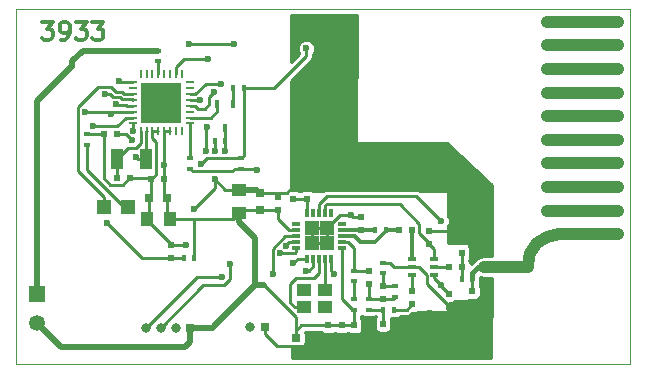
<source format=gbr>
G04 #@! TF.FileFunction,Copper,L1,Top,Signal*
%FSLAX46Y46*%
G04 Gerber Fmt 4.6, Leading zero omitted, Abs format (unit mm)*
G04 Created by KiCad (PCBNEW 4.0.2+dfsg1-stable) date mer 23 gen 2019 10:30:30 CET*
%MOMM*%
G01*
G04 APERTURE LIST*
%ADD10C,0.100000*%
%ADD11C,0.300000*%
%ADD12C,0.200660*%
%ADD13C,1.000760*%
%ADD14R,1.000000X1.000000*%
%ADD15C,0.762000*%
%ADD16R,0.600000X0.500000*%
%ADD17R,0.750000X0.800000*%
%ADD18R,0.800000X0.750000*%
%ADD19R,0.500000X0.600000*%
%ADD20R,1.250000X1.000000*%
%ADD21R,1.000000X1.250000*%
%ADD22R,1.198880X1.198880*%
%ADD23R,0.600000X0.400000*%
%ADD24R,0.400000X0.600000*%
%ADD25R,0.800000X0.800000*%
%ADD26O,0.800000X0.800000*%
%ADD27R,1.350000X1.350000*%
%ADD28C,1.350000*%
%ADD29R,0.457200X0.711200*%
%ADD30R,1.000000X1.800000*%
%ADD31R,0.650000X0.400000*%
%ADD32R,1.150000X1.000000*%
%ADD33R,0.730000X0.300000*%
%ADD34R,0.300000X0.730000*%
%ADD35R,1.250000X1.250000*%
%ADD36C,0.600000*%
%ADD37R,0.700000X0.250000*%
%ADD38R,0.250000X0.700000*%
%ADD39R,1.725000X1.725000*%
%ADD40C,0.400000*%
%ADD41C,1.000000*%
%ADD42C,0.250000*%
%ADD43C,0.500000*%
%ADD44C,0.254000*%
G04 APERTURE END LIST*
D10*
D11*
X123887244Y-72038471D02*
X124815815Y-72038471D01*
X124315815Y-72609900D01*
X124530101Y-72609900D01*
X124672958Y-72681329D01*
X124744387Y-72752757D01*
X124815815Y-72895614D01*
X124815815Y-73252757D01*
X124744387Y-73395614D01*
X124672958Y-73467043D01*
X124530101Y-73538471D01*
X124101529Y-73538471D01*
X123958672Y-73467043D01*
X123887244Y-73395614D01*
X125530100Y-73538471D02*
X125815815Y-73538471D01*
X125958672Y-73467043D01*
X126030100Y-73395614D01*
X126172958Y-73181329D01*
X126244386Y-72895614D01*
X126244386Y-72324186D01*
X126172958Y-72181329D01*
X126101529Y-72109900D01*
X125958672Y-72038471D01*
X125672958Y-72038471D01*
X125530100Y-72109900D01*
X125458672Y-72181329D01*
X125387243Y-72324186D01*
X125387243Y-72681329D01*
X125458672Y-72824186D01*
X125530100Y-72895614D01*
X125672958Y-72967043D01*
X125958672Y-72967043D01*
X126101529Y-72895614D01*
X126172958Y-72824186D01*
X126244386Y-72681329D01*
X126744386Y-72038471D02*
X127672957Y-72038471D01*
X127172957Y-72609900D01*
X127387243Y-72609900D01*
X127530100Y-72681329D01*
X127601529Y-72752757D01*
X127672957Y-72895614D01*
X127672957Y-73252757D01*
X127601529Y-73395614D01*
X127530100Y-73467043D01*
X127387243Y-73538471D01*
X126958671Y-73538471D01*
X126815814Y-73467043D01*
X126744386Y-73395614D01*
X128172957Y-72038471D02*
X129101528Y-72038471D01*
X128601528Y-72609900D01*
X128815814Y-72609900D01*
X128958671Y-72681329D01*
X129030100Y-72752757D01*
X129101528Y-72895614D01*
X129101528Y-73252757D01*
X129030100Y-73395614D01*
X128958671Y-73467043D01*
X128815814Y-73538471D01*
X128387242Y-73538471D01*
X128244385Y-73467043D01*
X128172957Y-73395614D01*
D10*
X173697120Y-70957440D02*
X121697120Y-70957440D01*
X173697120Y-100957440D02*
X173697120Y-70957440D01*
X121697120Y-100957440D02*
X173697120Y-100957440D01*
X121697120Y-70957440D02*
X121697120Y-100957440D01*
D12*
X165534340Y-90500200D02*
X166093140Y-91059000D01*
D13*
X166657020Y-74013060D02*
X172656500Y-74013060D01*
X172656500Y-72014080D02*
X166657020Y-72014080D01*
X166657020Y-76014580D02*
X172656500Y-76014580D01*
X172656500Y-78013560D02*
X166657020Y-78013560D01*
X166657020Y-80015080D02*
X172656500Y-80015080D01*
X172656500Y-82014060D02*
X166657020Y-82014060D01*
X166657020Y-84013040D02*
X172656500Y-84013040D01*
X172656500Y-86014560D02*
X166657020Y-86014560D01*
X166657020Y-88013540D02*
X172656500Y-88013540D01*
X172656500Y-90015060D02*
X167657780Y-90015060D01*
X165023800Y-92793820D02*
X163022280Y-92793820D01*
X167642540Y-90020140D02*
X166651080Y-90217350D01*
X166651080Y-90217350D02*
X165810570Y-90778970D01*
X165810570Y-90778970D02*
X165248950Y-91619480D01*
X165248950Y-91619480D02*
X165051740Y-92610940D01*
D14*
X162999420Y-92794080D03*
D15*
X166657020Y-82014060D03*
X166657020Y-84013040D03*
X166730680Y-84046060D03*
X166657020Y-86014560D03*
X166657020Y-88013540D03*
X172656500Y-88013540D03*
X172656500Y-86014560D03*
X172656500Y-84013040D03*
X172656500Y-82014060D03*
X172656500Y-80015080D03*
X172656500Y-78013560D03*
X172656500Y-76014580D03*
X172656500Y-74013060D03*
X172656500Y-72014080D03*
X166657020Y-72014080D03*
X166657020Y-74013060D03*
X166657020Y-76014580D03*
X166657020Y-78013560D03*
X166657020Y-80015080D03*
X172656500Y-90015060D03*
D16*
X159442240Y-92766960D03*
X158342240Y-92766960D03*
D17*
X142344140Y-87982300D03*
X142344140Y-86482300D03*
D18*
X134487202Y-86963456D03*
X132987202Y-86963456D03*
D19*
X156636720Y-90797280D03*
X156636720Y-89697280D03*
X145186400Y-86997440D03*
X145186400Y-85897440D03*
D18*
X145372960Y-98796920D03*
X146872960Y-98796920D03*
D19*
X146367500Y-87010140D03*
X146367500Y-85910140D03*
X150947120Y-89647840D03*
X150947120Y-88547840D03*
X150324820Y-97718600D03*
X150324820Y-98818600D03*
X149263100Y-97719780D03*
X149263100Y-98819780D03*
X151597360Y-94198340D03*
X151597360Y-93098340D03*
X152778460Y-97601760D03*
X152778460Y-98701760D03*
X152803860Y-95508980D03*
X152803860Y-94408980D03*
X148137880Y-97721140D03*
X148137880Y-98821140D03*
D20*
X140555980Y-88232300D03*
X140555980Y-86232300D03*
D19*
X143855440Y-87993400D03*
X143855440Y-86893400D03*
D16*
X155202980Y-89640220D03*
X154102980Y-89640220D03*
D19*
X158335980Y-95066840D03*
X158335980Y-96166840D03*
X155219400Y-95940780D03*
X155219400Y-94840780D03*
D21*
X134770222Y-88718596D03*
X132770222Y-88718596D03*
D19*
X159440880Y-91629220D03*
X159440880Y-90529220D03*
D16*
X134232682Y-85299756D03*
X133132682Y-85299756D03*
D19*
X160342580Y-94830620D03*
X160342580Y-95930620D03*
D16*
X131349602Y-85284516D03*
X130249602Y-85284516D03*
X129107962Y-81535476D03*
X130207962Y-81535476D03*
D19*
X134823200Y-91991080D03*
X134823200Y-90891080D03*
D22*
X131213860Y-87674260D03*
X129115820Y-87674260D03*
D23*
X150332440Y-93094620D03*
X150332440Y-93994620D03*
D24*
X153001980Y-89647840D03*
X152101980Y-89647840D03*
X160337500Y-93805820D03*
X159437500Y-93805820D03*
X153670840Y-96396620D03*
X152770840Y-96396620D03*
D23*
X151599900Y-96409320D03*
X151599900Y-95509320D03*
X153812240Y-95310340D03*
X153812240Y-94410340D03*
D25*
X136472620Y-97914460D03*
D26*
X135222620Y-97914460D03*
X133972620Y-97914460D03*
X132722620Y-97914460D03*
D27*
X123489720Y-95041720D03*
D28*
X123489720Y-97541720D03*
D25*
X142801340Y-97824100D03*
D26*
X141551340Y-97824100D03*
D29*
X140063220Y-78968600D03*
X138742420Y-78968600D03*
X139402820Y-81000600D03*
D30*
X132744382Y-83636056D03*
X130244382Y-83636056D03*
D23*
X152803860Y-93331260D03*
X152803860Y-92431260D03*
D24*
X140072540Y-77655420D03*
X140972540Y-77655420D03*
D23*
X136414362Y-83547156D03*
X136414362Y-84447156D03*
X140790782Y-83556896D03*
X140790782Y-84456896D03*
D24*
X139419602Y-82119676D03*
X138519602Y-82119676D03*
X136802280Y-91982100D03*
X135902280Y-91982100D03*
D23*
X127750422Y-81545216D03*
X127750422Y-82445216D03*
X150334980Y-96409320D03*
X150334980Y-95509320D03*
X133747362Y-75361156D03*
X133747362Y-74461156D03*
D31*
X155216820Y-92132200D03*
X155216820Y-93432200D03*
X157116820Y-92782200D03*
X155216820Y-92782200D03*
X157116820Y-93432200D03*
X157116820Y-92132200D03*
D32*
X147853340Y-94769940D03*
X146103340Y-94769940D03*
X146103340Y-96169940D03*
X147853340Y-96169940D03*
D33*
X149338180Y-91148380D03*
X149338180Y-90648380D03*
X149338180Y-90148380D03*
X149338180Y-89648380D03*
X149338180Y-89148380D03*
D34*
X148373180Y-88183380D03*
X147873180Y-88183380D03*
X147373180Y-88183380D03*
X146873180Y-88183380D03*
X146373180Y-88183380D03*
D33*
X145408180Y-89148380D03*
X145408180Y-89648380D03*
X145408180Y-90148380D03*
X145408180Y-90648380D03*
X145408180Y-91148380D03*
D34*
X146373180Y-92113380D03*
X146873180Y-92113380D03*
X147373180Y-92113380D03*
X147873180Y-92113380D03*
X148373180Y-92113380D03*
D35*
X146748180Y-89523380D03*
X146748180Y-90773380D03*
X147998180Y-89523380D03*
X147998180Y-90773380D03*
D36*
X147931980Y-90656380D03*
X146814380Y-90656380D03*
X147931980Y-89640380D03*
X146814380Y-89640380D03*
D37*
X136397722Y-80635156D03*
X136397722Y-80135156D03*
X136397722Y-79635156D03*
X136397722Y-79135156D03*
X136397722Y-78635156D03*
X136397722Y-78135156D03*
X136397722Y-77635156D03*
X136397722Y-77135156D03*
D38*
X135747722Y-76485156D03*
X135247722Y-76485156D03*
X134747722Y-76485156D03*
X134247722Y-76485156D03*
X133747722Y-76485156D03*
X133247722Y-76485156D03*
X132747722Y-76485156D03*
X132247722Y-76485156D03*
D37*
X131597722Y-77135156D03*
X131597722Y-77635156D03*
X131597722Y-78135156D03*
X131597722Y-78635156D03*
X131597722Y-79135156D03*
X131597722Y-79635156D03*
X131597722Y-80135156D03*
X131597722Y-80635156D03*
D38*
X132247722Y-81285156D03*
X132747722Y-81285156D03*
X133247722Y-81285156D03*
X133747722Y-81285156D03*
X134247722Y-81285156D03*
X134747722Y-81285156D03*
X135247722Y-81285156D03*
X135747722Y-81285156D03*
D39*
X133135222Y-78022656D03*
X133135222Y-79747656D03*
X134860222Y-78022656D03*
X134860222Y-79747656D03*
D36*
X135216922Y-80104356D03*
X133997722Y-80104356D03*
X132778522Y-80104356D03*
X135216922Y-78935956D03*
X133997722Y-78935956D03*
X132778522Y-78935956D03*
X135216922Y-77818356D03*
X133997722Y-77818356D03*
X132778522Y-77818356D03*
X134232682Y-84148740D03*
X137342880Y-84059840D03*
X146273520Y-74285920D03*
X136753600Y-87838280D03*
X136098280Y-90881200D03*
X150093680Y-88374220D03*
X147794980Y-71889620D03*
X149971760Y-72407780D03*
X148706840Y-73286620D03*
X147622260Y-74668380D03*
X149928580Y-74635360D03*
X148315680Y-76194920D03*
X146204940Y-76763880D03*
X146865340Y-77769720D03*
X149778720Y-77152500D03*
X148488400Y-78506320D03*
X145694400Y-79321660D03*
X147253960Y-79989680D03*
X149377400Y-80032860D03*
X147622260Y-81960720D03*
X146192240Y-81348580D03*
X145608040Y-83332320D03*
X146936460Y-83268820D03*
X149329140Y-81831180D03*
X148960840Y-83731100D03*
X147683220Y-84749640D03*
X148506180Y-85658960D03*
X150921720Y-85648800D03*
X149936200Y-84609940D03*
X150695660Y-82572860D03*
X152872440Y-82951320D03*
X151505920Y-84122260D03*
X152920700Y-85669120D03*
X153880820Y-83840320D03*
X154584400Y-85064600D03*
X154886660Y-82529680D03*
X156339540Y-83342480D03*
X156359860Y-85031580D03*
X158059120Y-82974180D03*
X157647640Y-84307680D03*
X159273240Y-84058760D03*
X158775400Y-85531960D03*
X157398720Y-86062820D03*
X159382460Y-86842600D03*
X160561020Y-85585300D03*
X161513520Y-86786720D03*
X160583880Y-87815420D03*
X159230060Y-88249760D03*
X158658940Y-89697280D03*
X159986980Y-89321640D03*
X161645600Y-88973660D03*
X161157920Y-90175080D03*
X161394140Y-91404440D03*
X161493200Y-99806760D03*
X161544000Y-94632780D03*
X161643060Y-98115120D03*
X161617660Y-96174560D03*
X160848040Y-99034600D03*
X159677100Y-99781360D03*
X159753300Y-98165920D03*
X160299400Y-96946720D03*
X159359600Y-96032320D03*
X158882080Y-97144840D03*
X158633160Y-98762820D03*
X157937200Y-99832160D03*
X157289500Y-98264980D03*
X156791660Y-96697800D03*
X156022040Y-98539300D03*
X156395420Y-100154740D03*
X155074620Y-99334320D03*
X155275280Y-97518220D03*
X154180540Y-98389440D03*
X154005280Y-100004880D03*
X152638760Y-99532440D03*
X151592280Y-97866200D03*
X151244300Y-99755960D03*
X149926040Y-100030280D03*
X148633180Y-99832160D03*
X147114260Y-99982020D03*
X145869660Y-100025200D03*
X138544543Y-82931876D03*
X138526520Y-85340000D03*
X126479300Y-75740260D03*
X157667960Y-94308740D03*
X157667960Y-88896000D03*
X131884413Y-83506430D03*
X131528049Y-82063489D03*
X129388508Y-89029978D03*
X128189988Y-80865077D03*
X129704374Y-79799947D03*
X127554331Y-79684145D03*
X144543168Y-91004586D03*
X143428720Y-93366400D03*
X130195179Y-79010136D03*
X138460300Y-77966925D03*
X136352280Y-73947020D03*
X131622710Y-81269097D03*
X140195300Y-73935400D03*
X139821920Y-92562680D03*
X142102840Y-84552600D03*
X139127743Y-93621775D03*
X139423140Y-82931876D03*
X137906940Y-80922940D03*
X137947220Y-75210480D03*
X137744530Y-82931876D03*
X137288458Y-78639770D03*
X144052098Y-91636146D03*
X139085320Y-77284580D03*
X145174955Y-92458525D03*
X146262857Y-93111140D03*
X130412036Y-77075162D03*
X129237031Y-78159369D03*
X148633180Y-93358780D03*
D40*
X161318200Y-92794080D02*
X160799240Y-92794080D01*
D41*
X162249420Y-92794080D02*
X161318200Y-92794080D01*
D40*
X160337500Y-93805820D02*
X160337500Y-93255820D01*
X160337500Y-93255820D02*
X160799240Y-92794080D01*
D41*
X162249420Y-92794080D02*
X162999420Y-92794080D01*
D42*
X160337500Y-93805820D02*
X160337500Y-94825540D01*
X160337500Y-94825540D02*
X160342580Y-94830620D01*
X159440880Y-91629220D02*
X159440880Y-92765600D01*
X159440880Y-92765600D02*
X159442240Y-92766960D01*
X159437500Y-93805820D02*
X159437500Y-92771700D01*
X159437500Y-92771700D02*
X159442240Y-92766960D01*
X158342240Y-92766960D02*
X157132060Y-92766960D01*
X157132060Y-92766960D02*
X157116820Y-92782200D01*
D43*
X137005380Y-97914460D02*
X138349800Y-97914460D01*
D42*
X138349800Y-97914460D02*
X138456480Y-97807780D01*
D43*
X136472620Y-97914460D02*
X136472620Y-99097220D01*
X136472620Y-99097220D02*
X135991680Y-99578160D01*
X136472620Y-97914460D02*
X137005380Y-97914460D01*
X141930120Y-94334140D02*
X138456480Y-97807780D01*
X141930120Y-94334140D02*
X142688700Y-94334140D01*
X140555980Y-88232300D02*
X140555980Y-88982300D01*
X140555980Y-88982300D02*
X141930120Y-90356440D01*
X141930120Y-90356440D02*
X141930120Y-94334140D01*
D42*
X142688700Y-94334140D02*
X142747760Y-94393200D01*
X134770222Y-88718596D02*
X136801860Y-88718596D01*
X136801860Y-88718596D02*
X140069684Y-88718596D01*
X136802280Y-91982100D02*
X136802280Y-91432100D01*
X136802280Y-91432100D02*
X136801860Y-91431680D01*
X136801860Y-91431680D02*
X136801860Y-88718596D01*
X136802280Y-91982100D02*
X136802280Y-92082100D01*
D43*
X135991680Y-99578160D02*
X125526160Y-99578160D01*
X125526160Y-99578160D02*
X123489720Y-97541720D01*
D42*
X140972540Y-77655420D02*
X143565178Y-77655420D01*
X143565178Y-77655420D02*
X146273520Y-74947078D01*
X140972540Y-77655420D02*
X140972540Y-83375138D01*
X140972540Y-83375138D02*
X140790782Y-83556896D01*
X143855440Y-87993400D02*
X143855440Y-88710640D01*
X143855440Y-88710640D02*
X144793180Y-89648380D01*
X144793180Y-89648380D02*
X145408180Y-89648380D01*
X142344140Y-87982300D02*
X143844340Y-87982300D01*
X143844340Y-87982300D02*
X143855440Y-87993400D01*
X134232682Y-85299756D02*
X134232682Y-84148740D01*
X134232682Y-84148740D02*
X134232682Y-81300196D01*
X140790782Y-83556896D02*
X137845824Y-83556896D01*
X137845824Y-83556896D02*
X137342880Y-84059840D01*
X134247722Y-81285156D02*
X134747722Y-81285156D01*
X134232682Y-81300196D02*
X134247722Y-81285156D01*
X134232682Y-85299756D02*
X134232682Y-86708936D01*
X134232682Y-86708936D02*
X134487202Y-86963456D01*
X142344140Y-87982300D02*
X140805980Y-87982300D01*
X140805980Y-87982300D02*
X140555980Y-88232300D01*
X140069684Y-88718596D02*
X140555980Y-88232300D01*
X134487202Y-86963456D02*
X134487202Y-88435576D01*
X134487202Y-88435576D02*
X134770222Y-88718596D01*
X146273520Y-74947078D02*
X146273520Y-74285920D01*
X140757762Y-83523876D02*
X140790782Y-83556896D01*
X145395840Y-89660720D02*
X145408180Y-89648380D01*
X145372960Y-98796920D02*
X145372960Y-98299080D01*
X145372960Y-98299080D02*
X145372960Y-98171920D01*
X142747760Y-94393200D02*
X145372960Y-97018400D01*
X145372960Y-97018400D02*
X145372960Y-98299080D01*
X145372960Y-98171920D02*
X145823740Y-97721140D01*
X145823740Y-97721140D02*
X147637880Y-97721140D01*
X147637880Y-97721140D02*
X148137880Y-97721140D01*
X148137880Y-97721140D02*
X149261740Y-97721140D01*
X149261740Y-97721140D02*
X149263100Y-97719780D01*
X149263100Y-97719780D02*
X150323640Y-97719780D01*
X150323640Y-97719780D02*
X150324820Y-97718600D01*
X150324820Y-97718600D02*
X150324820Y-96419480D01*
X150324820Y-96419480D02*
X150334980Y-96409320D01*
X150334980Y-96409320D02*
X150234980Y-96409320D01*
X149338180Y-91548380D02*
X149338180Y-91148380D01*
X150234980Y-96409320D02*
X149338180Y-95512520D01*
X149338180Y-95512520D02*
X149338180Y-91548380D01*
X136753600Y-87838280D02*
X138526520Y-86065360D01*
X138526520Y-86065360D02*
X138526520Y-85340000D01*
X134823200Y-90891080D02*
X136088400Y-90891080D01*
X136088400Y-90891080D02*
X136098280Y-90881200D01*
X134823200Y-90891080D02*
X134823200Y-90841080D01*
X134823200Y-90841080D02*
X132770222Y-88788102D01*
X132770222Y-88788102D02*
X132770222Y-88718596D01*
X142344140Y-86482300D02*
X143868140Y-86482300D01*
X143868140Y-86482300D02*
X144651540Y-86482300D01*
X143855440Y-86893400D02*
X143855440Y-86495000D01*
X143855440Y-86495000D02*
X143868140Y-86482300D01*
X159359600Y-96032320D02*
X159359600Y-96667320D01*
X159359600Y-96667320D02*
X158882080Y-97144840D01*
X150093680Y-88374220D02*
X149143720Y-88374220D01*
X150267300Y-88547840D02*
X150093680Y-88374220D01*
X150947120Y-88547840D02*
X150267300Y-88547840D01*
X147998180Y-89523380D02*
X147998180Y-89519760D01*
X147998180Y-89519760D02*
X148848181Y-88669759D01*
X148848181Y-88669759D02*
X148644559Y-88873381D01*
X149143720Y-88374220D02*
X148848181Y-88669759D01*
X148644559Y-88873381D02*
X148648179Y-88873381D01*
X146748180Y-90773380D02*
X146748180Y-89523380D01*
X147998180Y-90773380D02*
X146748180Y-90773380D01*
X147998180Y-89523380D02*
X147998180Y-90773380D01*
X146748180Y-89523380D02*
X147998180Y-89523380D01*
X149971760Y-72407780D02*
X148313140Y-72407780D01*
X148313140Y-72407780D02*
X147794980Y-71889620D01*
X147622260Y-74668380D02*
X147622260Y-74371200D01*
X147622260Y-74371200D02*
X148706840Y-73286620D01*
X148315680Y-76194920D02*
X148369020Y-76194920D01*
X148369020Y-76194920D02*
X149928580Y-74635360D01*
X146865340Y-77769720D02*
X146865340Y-77424280D01*
X146865340Y-77424280D02*
X146204940Y-76763880D01*
X148488400Y-78506320D02*
X148488400Y-78442820D01*
X148488400Y-78442820D02*
X149778720Y-77152500D01*
X147253960Y-79989680D02*
X146362420Y-79989680D01*
X146362420Y-79989680D02*
X145694400Y-79321660D01*
X149377400Y-80032860D02*
X147297140Y-80032860D01*
X147297140Y-80032860D02*
X147253960Y-79989680D01*
X146192240Y-81348580D02*
X147010120Y-81348580D01*
X147010120Y-81348580D02*
X147622260Y-81960720D01*
X146936460Y-83268820D02*
X145671540Y-83268820D01*
X145671540Y-83268820D02*
X145608040Y-83332320D01*
X148960840Y-83731100D02*
X148960840Y-82199480D01*
X148960840Y-82199480D02*
X149329140Y-81831180D01*
X148506180Y-85658960D02*
X148506180Y-85572600D01*
X148506180Y-85572600D02*
X147683220Y-84749640D01*
X149936200Y-84609940D02*
X149936200Y-84663280D01*
X149936200Y-84663280D02*
X150921720Y-85648800D01*
X152872440Y-82951320D02*
X151074120Y-82951320D01*
X151074120Y-82951320D02*
X150695660Y-82572860D01*
X152920700Y-85669120D02*
X152920700Y-85537040D01*
X152920700Y-85537040D02*
X151505920Y-84122260D01*
X154584400Y-85064600D02*
X154584400Y-84543900D01*
X154584400Y-84543900D02*
X153880820Y-83840320D01*
X156339540Y-83342480D02*
X155699460Y-83342480D01*
X155699460Y-83342480D02*
X154886660Y-82529680D01*
X158059120Y-82974180D02*
X156359860Y-84673440D01*
X156359860Y-84673440D02*
X156359860Y-85031580D01*
X159273240Y-84058760D02*
X157896560Y-84058760D01*
X157896560Y-84058760D02*
X157647640Y-84307680D01*
X157398720Y-86062820D02*
X158244540Y-86062820D01*
X158244540Y-86062820D02*
X158775400Y-85531960D01*
X159382460Y-86842600D02*
X158254700Y-86842600D01*
X161513520Y-86786720D02*
X161513520Y-86537800D01*
X161513520Y-86537800D02*
X160561020Y-85585300D01*
X159230060Y-88249760D02*
X160149540Y-88249760D01*
X160149540Y-88249760D02*
X160583880Y-87815420D01*
X161645600Y-88973660D02*
X160334960Y-88973660D01*
X160334960Y-88973660D02*
X159986980Y-89321640D01*
X161394140Y-90411300D02*
X161157920Y-90175080D01*
X161394140Y-91404440D02*
X161394140Y-90411300D01*
X161544000Y-94632780D02*
X161544000Y-99755960D01*
X161544000Y-99755960D02*
X161493200Y-99806760D01*
X161617660Y-96174560D02*
X161617660Y-98089720D01*
X161617660Y-98089720D02*
X161643060Y-98115120D01*
X159677100Y-99781360D02*
X160101280Y-99781360D01*
X160101280Y-99781360D02*
X160848040Y-99034600D01*
X160299400Y-96946720D02*
X160299400Y-97619820D01*
X160299400Y-97619820D02*
X159753300Y-98165920D01*
X158882080Y-97144840D02*
X158882080Y-95951040D01*
X157937200Y-99832160D02*
X157937200Y-99458780D01*
X157937200Y-99458780D02*
X158633160Y-98762820D01*
X156022040Y-98539300D02*
X156022040Y-97467420D01*
X156022040Y-97467420D02*
X156791660Y-96697800D01*
X155074620Y-99334320D02*
X155575000Y-99334320D01*
X155575000Y-99334320D02*
X156395420Y-100154740D01*
X154180540Y-98389440D02*
X154404060Y-98389440D01*
X154404060Y-98389440D02*
X155275280Y-97518220D01*
X152638760Y-99532440D02*
X153532840Y-99532440D01*
X153532840Y-99532440D02*
X154005280Y-100004880D01*
X151244300Y-99755960D02*
X151244300Y-98214180D01*
X151244300Y-98214180D02*
X151592280Y-97866200D01*
X148633180Y-99832160D02*
X149727920Y-99832160D01*
X149727920Y-99832160D02*
X149926040Y-100030280D01*
X146872960Y-98796920D02*
X146872960Y-99740720D01*
X146872960Y-99740720D02*
X147114260Y-99982020D01*
X146872960Y-98796920D02*
X146872960Y-99021900D01*
X146872960Y-99021900D02*
X145869660Y-100025200D01*
D43*
X126479300Y-75740260D02*
X123489720Y-78729840D01*
X123489720Y-78729840D02*
X123489720Y-95041720D01*
D42*
X128346176Y-74461156D02*
X128623060Y-74461156D01*
D43*
X128623060Y-74461156D02*
X133197362Y-74461156D01*
X126479300Y-75740260D02*
X126479300Y-75315996D01*
X126479300Y-75315996D02*
X127334140Y-74461156D01*
X127334140Y-74461156D02*
X128623060Y-74461156D01*
D42*
X138519602Y-82906935D02*
X138544543Y-82931876D01*
X138519602Y-82119676D02*
X138519602Y-82906935D01*
X129107962Y-81535476D02*
X129107962Y-85277878D01*
X129107962Y-85277878D02*
X129689601Y-85859517D01*
X129689601Y-85859517D02*
X130724601Y-85859517D01*
X130724601Y-85859517D02*
X131299602Y-85284516D01*
X131299602Y-85284516D02*
X131349602Y-85284516D01*
X133247722Y-81285156D02*
X133747722Y-81285156D01*
X140555980Y-86232300D02*
X139418820Y-86232300D01*
X139418820Y-86232300D02*
X138526520Y-85340000D01*
X127750422Y-81545216D02*
X129098222Y-81545216D01*
X129098222Y-81545216D02*
X129107962Y-81535476D01*
X133132682Y-85299756D02*
X133182682Y-85299756D01*
X133247722Y-81885156D02*
X133247722Y-81285156D01*
X133182682Y-85299756D02*
X133569383Y-84913055D01*
X133569383Y-84913055D02*
X133569383Y-82206817D01*
X133569383Y-82206817D02*
X133247722Y-81885156D01*
X133132682Y-85299756D02*
X133132682Y-86817976D01*
X133132682Y-86817976D02*
X132987202Y-86963456D01*
X142801340Y-97824100D02*
X142801340Y-98474100D01*
X142801340Y-98474100D02*
X143824161Y-99496921D01*
X143824161Y-99496921D02*
X146147959Y-99496921D01*
X146147959Y-99496921D02*
X146847960Y-98796920D01*
X146847960Y-98796920D02*
X146872960Y-98796920D01*
X147253960Y-85914040D02*
X146371400Y-85914040D01*
X146371400Y-85914040D02*
X146367500Y-85910140D01*
X150979960Y-88515000D02*
X150947120Y-88547840D01*
X144651540Y-86482300D02*
X145186400Y-85947440D01*
X145186400Y-85947440D02*
X145186400Y-85897440D01*
X142344140Y-86482300D02*
X142969140Y-86482300D01*
D43*
X140555980Y-86232300D02*
X142094140Y-86232300D01*
D42*
X142094140Y-86232300D02*
X142344140Y-86482300D01*
X132987202Y-86963456D02*
X132987202Y-88501616D01*
X132987202Y-88501616D02*
X132770222Y-88718596D01*
X131349602Y-85284516D02*
X133117442Y-85284516D01*
X133117442Y-85284516D02*
X133132682Y-85299756D01*
D43*
X133197362Y-74461156D02*
X133747362Y-74461156D01*
D42*
X146367500Y-85910140D02*
X145199100Y-85910140D01*
X145199100Y-85910140D02*
X145186400Y-85897440D01*
X150324820Y-98818600D02*
X152661620Y-98818600D01*
X152661620Y-98818600D02*
X152778460Y-98701760D01*
X149263100Y-98819780D02*
X150323640Y-98819780D01*
X150323640Y-98819780D02*
X150324820Y-98818600D01*
X148137880Y-98821140D02*
X149261740Y-98821140D01*
X149261740Y-98821140D02*
X149263100Y-98819780D01*
X146872960Y-98796920D02*
X148113660Y-98796920D01*
X148113660Y-98796920D02*
X148137880Y-98821140D01*
X155216820Y-92782200D02*
X155791820Y-92782200D01*
X155791820Y-92782200D02*
X156466819Y-93457199D01*
X156466819Y-93457199D02*
X156466819Y-94247679D01*
X156466819Y-94247679D02*
X158335980Y-96116840D01*
X158335980Y-96116840D02*
X158335980Y-96166840D01*
X152803860Y-92431260D02*
X153353860Y-92431260D01*
X153353860Y-92431260D02*
X153704800Y-92782200D01*
X153704800Y-92782200D02*
X154641820Y-92782200D01*
X154641820Y-92782200D02*
X155216820Y-92782200D01*
X156636720Y-89697280D02*
X158658940Y-89697280D01*
X158658940Y-89697280D02*
X159440880Y-90479220D01*
X159440880Y-90479220D02*
X159440880Y-90529220D01*
X158335980Y-96166840D02*
X160106360Y-96166840D01*
X160106360Y-96166840D02*
X160342580Y-95930620D01*
X147873180Y-87583377D02*
X147873180Y-88183380D01*
X154191141Y-87493379D02*
X147963178Y-87493379D01*
X147963178Y-87493379D02*
X147873180Y-87583377D01*
X155827981Y-89130219D02*
X154191141Y-87493379D01*
X155827981Y-89938541D02*
X155827981Y-89130219D01*
X156636720Y-90747280D02*
X155827981Y-89938541D01*
X156636720Y-90797280D02*
X156636720Y-90747280D01*
X157116820Y-92132200D02*
X157116820Y-91277380D01*
X157116820Y-91277380D02*
X156636720Y-90797280D01*
X145186400Y-86997440D02*
X146354800Y-86997440D01*
X146354800Y-86997440D02*
X146367500Y-87010140D01*
X146367500Y-87010140D02*
X146367500Y-88177700D01*
X146367500Y-88177700D02*
X146373180Y-88183380D01*
D11*
X149338180Y-89648380D02*
X150946580Y-89648380D01*
D42*
X150946580Y-89648380D02*
X150947120Y-89647840D01*
D11*
X152101980Y-89647840D02*
X150947120Y-89647840D01*
D42*
X151597360Y-94198340D02*
X151597360Y-95506780D01*
X151597360Y-95506780D02*
X151599900Y-95509320D01*
X152803860Y-95508980D02*
X151600240Y-95508980D01*
X151600240Y-95508980D02*
X151599900Y-95509320D01*
X152803860Y-95508980D02*
X153613600Y-95508980D01*
X153613600Y-95508980D02*
X153812240Y-95310340D01*
X150332440Y-92644620D02*
X150332440Y-93094620D01*
X149816770Y-90648380D02*
X150332440Y-91164050D01*
X150332440Y-91164050D02*
X150332440Y-92644620D01*
X149338180Y-90648380D02*
X149816770Y-90648380D01*
X151597360Y-93098340D02*
X150336160Y-93098340D01*
X150336160Y-93098340D02*
X150332440Y-93094620D01*
X151599900Y-96409320D02*
X152758140Y-96409320D01*
X152758140Y-96409320D02*
X152770840Y-96396620D01*
X152778460Y-97601760D02*
X152778460Y-96404240D01*
X152778460Y-96404240D02*
X152770840Y-96396620D01*
X152803860Y-94408980D02*
X153810880Y-94408980D01*
X153810880Y-94408980D02*
X153812240Y-94410340D01*
X152803860Y-93331260D02*
X152803860Y-94408980D01*
D11*
X155202980Y-89640220D02*
X155202980Y-92118360D01*
D42*
X155202980Y-92118360D02*
X155216820Y-92132200D01*
D11*
X150003180Y-90148380D02*
X149338180Y-90148380D01*
X150359080Y-90148380D02*
X150003180Y-90148380D01*
X150855680Y-90644980D02*
X150359080Y-90148380D01*
X152104840Y-90644980D02*
X150855680Y-90644980D01*
X153001980Y-89747840D02*
X152104840Y-90644980D01*
X153001980Y-89647840D02*
X153001980Y-89747840D01*
X153001980Y-89647840D02*
X154095360Y-89647840D01*
D42*
X154095360Y-89647840D02*
X154102980Y-89640220D01*
X157116820Y-93432200D02*
X157116820Y-93757600D01*
X157116820Y-93757600D02*
X157667960Y-94308740D01*
X157667960Y-94308740D02*
X157667960Y-94398820D01*
X157667960Y-94398820D02*
X158335980Y-95066840D01*
X148014567Y-86805580D02*
X155577540Y-86805580D01*
X155577540Y-86805580D02*
X157667960Y-88896000D01*
X147373180Y-88183380D02*
X147373180Y-87446967D01*
X147373180Y-87446967D02*
X148014567Y-86805580D01*
X153670840Y-96396620D02*
X154763560Y-96396620D01*
X154763560Y-96396620D02*
X155219400Y-95940780D01*
X155219400Y-94840780D02*
X155219400Y-93434780D01*
X155219400Y-93434780D02*
X155216820Y-93432200D01*
X131828050Y-82688490D02*
X131191948Y-82688490D01*
X132247722Y-82268818D02*
X131828050Y-82688490D01*
X132247722Y-81285156D02*
X132247722Y-82268818D01*
X131191948Y-82688490D02*
X130244382Y-83636056D01*
X130244382Y-83636056D02*
X130244382Y-85279296D01*
X130244382Y-85279296D02*
X130249602Y-85284516D01*
X130207962Y-81535476D02*
X131000036Y-81535476D01*
X131994382Y-83636056D02*
X131884413Y-83526087D01*
X132744382Y-83636056D02*
X131994382Y-83636056D01*
X131884413Y-83526087D02*
X131884413Y-83506430D01*
X131000036Y-81535476D02*
X131228050Y-81763490D01*
X131228050Y-81763490D02*
X131528049Y-82063489D01*
X132744382Y-83636056D02*
X132744382Y-81288496D01*
X132744382Y-81288496D02*
X132747722Y-81285156D01*
X134823200Y-91991080D02*
X132349610Y-91991080D01*
X132349610Y-91991080D02*
X129388508Y-89029978D01*
X134823200Y-91991080D02*
X135893300Y-91991080D01*
X135893300Y-91991080D02*
X135902280Y-91982100D01*
X130997722Y-80135156D02*
X130267801Y-80865077D01*
X131597722Y-80135156D02*
X130997722Y-80135156D01*
X130267801Y-80865077D02*
X128614252Y-80865077D01*
X128614252Y-80865077D02*
X128189988Y-80865077D01*
X127554331Y-79684145D02*
X129588572Y-79684145D01*
X129588572Y-79684145D02*
X129704374Y-79799947D01*
X131597722Y-79635156D02*
X129869165Y-79635156D01*
X129869165Y-79635156D02*
X129704374Y-79799947D01*
X144543168Y-90898392D02*
X144543168Y-91004586D01*
X144793180Y-90648380D02*
X144543168Y-90898392D01*
X145408180Y-90648380D02*
X144793180Y-90648380D01*
X143428720Y-91937770D02*
X143428720Y-93366400D01*
X144515482Y-90148380D02*
X143427097Y-91236765D01*
X145408180Y-90148380D02*
X144515482Y-90148380D01*
X143427097Y-91936147D02*
X143428720Y-91937770D01*
X143427097Y-91236765D02*
X143427097Y-91936147D01*
X131134855Y-79135156D02*
X131034876Y-79035177D01*
X131597722Y-79135156D02*
X131134855Y-79135156D01*
X130220220Y-79035177D02*
X130195179Y-79010136D01*
X131034876Y-79035177D02*
X130220220Y-79035177D01*
X138160301Y-78266924D02*
X138460300Y-77966925D01*
X138038840Y-78388385D02*
X138160301Y-78266924D01*
X137660380Y-79377540D02*
X138038840Y-78999080D01*
X137117858Y-79377540D02*
X137660380Y-79377540D01*
X138038840Y-78999080D02*
X138038840Y-78388385D01*
X136397722Y-79135156D02*
X136875474Y-79135156D01*
X136875474Y-79135156D02*
X137117858Y-79377540D01*
X136352280Y-73947020D02*
X140183680Y-73947020D01*
X140183680Y-73947020D02*
X140195300Y-73935400D01*
X131597722Y-81244109D02*
X131622710Y-81269097D01*
X131597722Y-80635156D02*
X131597722Y-81244109D01*
X127750422Y-82895216D02*
X127750422Y-82445216D01*
X127750422Y-84556749D02*
X127750422Y-82895216D01*
X130867933Y-87674260D02*
X127750422Y-84556749D01*
X131213860Y-87674260D02*
X130867933Y-87674260D01*
X130997722Y-78135156D02*
X131597722Y-78135156D01*
X130881612Y-78135156D02*
X130997722Y-78135156D01*
X130181747Y-77935124D02*
X130681580Y-77935124D01*
X126929311Y-79220475D02*
X128615419Y-77534367D01*
X126929311Y-84638311D02*
X126929311Y-79220475D01*
X129115820Y-87674260D02*
X129115820Y-86824820D01*
X129780990Y-77534367D02*
X130181747Y-77935124D01*
X129115820Y-86824820D02*
X126929311Y-84638311D01*
X128615419Y-77534367D02*
X129780990Y-77534367D01*
X130681580Y-77935124D02*
X130881612Y-78135156D01*
X150332440Y-93994620D02*
X150332440Y-95506780D01*
X150332440Y-95506780D02*
X150334980Y-95509320D01*
X138102451Y-94317389D02*
X138292840Y-94317389D01*
X138292840Y-94317389D02*
X139316040Y-94317389D01*
X133972620Y-97914460D02*
X137569691Y-94317389D01*
X137569691Y-94317389D02*
X138292840Y-94317389D01*
X139821920Y-92986944D02*
X139821920Y-92562680D01*
X139821920Y-93811509D02*
X139821920Y-92986944D01*
X139316040Y-94317389D02*
X139821920Y-93811509D01*
X140240782Y-84456896D02*
X140790782Y-84456896D01*
X136414362Y-84447156D02*
X136652048Y-84684842D01*
X140012836Y-84684842D02*
X140240782Y-84456896D01*
X136652048Y-84684842D02*
X140012836Y-84684842D01*
X140790782Y-84456896D02*
X142007136Y-84456896D01*
X142007136Y-84456896D02*
X142102840Y-84552600D01*
X132722620Y-97914460D02*
X136773920Y-93863160D01*
X138703479Y-93621775D02*
X139127743Y-93621775D01*
X136773920Y-93863160D02*
X136773920Y-93845380D01*
X136773920Y-93845380D02*
X136997525Y-93621775D01*
X136997525Y-93621775D02*
X138703479Y-93621775D01*
X139402820Y-81000600D02*
X139402820Y-82102894D01*
X139402820Y-82102894D02*
X139419602Y-82119676D01*
X139419602Y-82928338D02*
X139423140Y-82931876D01*
X139419602Y-82119676D02*
X139419602Y-82928338D01*
X139409022Y-82109096D02*
X139419602Y-82119676D01*
X137744530Y-81085350D02*
X137906940Y-80922940D01*
X137744530Y-82931876D02*
X137744530Y-81085350D01*
X137522956Y-75210480D02*
X137947220Y-75210480D01*
X135247722Y-76485156D02*
X135247722Y-75885156D01*
X135247722Y-75885156D02*
X135922398Y-75210480D01*
X135922398Y-75210480D02*
X137522956Y-75210480D01*
X138742420Y-78968600D02*
X138742420Y-79574200D01*
X138181464Y-80135156D02*
X136997722Y-80135156D01*
X138742420Y-79574200D02*
X138181464Y-80135156D01*
X136997722Y-80135156D02*
X136397722Y-80135156D01*
X147873180Y-92113380D02*
X147873180Y-94815740D01*
X147873180Y-94815740D02*
X147876260Y-94818820D01*
X146964400Y-93736160D02*
X147373180Y-93327380D01*
X147373180Y-93327380D02*
X147373180Y-92113380D01*
X145417540Y-93736160D02*
X146964400Y-93736160D01*
X145417540Y-93736160D02*
X144904460Y-94249240D01*
X144904460Y-94249240D02*
X144904460Y-95796060D01*
X144904460Y-95796060D02*
X145278340Y-96169940D01*
X145278340Y-96169940D02*
X146103340Y-96169940D01*
X136414362Y-83547156D02*
X136414362Y-80651796D01*
X136414362Y-80651796D02*
X136397722Y-80635156D01*
X133747362Y-75361156D02*
X133747362Y-76484796D01*
X133747362Y-76484796D02*
X133747722Y-76485156D01*
X137283844Y-78635156D02*
X137288458Y-78639770D01*
X136397722Y-78635156D02*
X137283844Y-78635156D01*
X144476362Y-91636146D02*
X144052098Y-91636146D01*
X145408180Y-91548380D02*
X145320414Y-91636146D01*
X145408180Y-91148380D02*
X145408180Y-91548380D01*
X145320414Y-91636146D02*
X144476362Y-91636146D01*
X139085320Y-77284580D02*
X137743205Y-77284580D01*
X137743205Y-77284580D02*
X136892629Y-78135156D01*
X136892629Y-78135156D02*
X136397722Y-78135156D01*
X145520100Y-92113380D02*
X145474954Y-92158526D01*
X146373180Y-92113380D02*
X145520100Y-92113380D01*
X145474954Y-92158526D02*
X145174955Y-92458525D01*
X146490420Y-93111140D02*
X146262857Y-93111140D01*
X146873180Y-92113380D02*
X146873180Y-92728380D01*
X146873180Y-92728380D02*
X146490420Y-93111140D01*
X130472030Y-77135156D02*
X130412036Y-77075162D01*
X131597722Y-77135156D02*
X130472030Y-77135156D01*
X129661295Y-78159369D02*
X129237031Y-78159369D01*
X129887061Y-78385135D02*
X129661295Y-78159369D01*
X131547732Y-78585166D02*
X130695212Y-78585166D01*
X130695212Y-78585166D02*
X130495180Y-78385135D01*
X131597722Y-78635156D02*
X131547732Y-78585166D01*
X130495180Y-78385135D02*
X129887061Y-78385135D01*
X148373180Y-92113380D02*
X148373180Y-93098780D01*
X148373180Y-93098780D02*
X148633180Y-93358780D01*
X140063220Y-78968600D02*
X140063220Y-77664740D01*
X140063220Y-77664740D02*
X140072540Y-77655420D01*
D44*
G36*
X161318200Y-93729080D02*
X161975366Y-93729080D01*
X161934002Y-100472440D01*
X145035488Y-100472440D01*
X145036800Y-99615442D01*
X145772960Y-99615442D01*
X145934161Y-99585110D01*
X146082215Y-99489840D01*
X146181539Y-99344475D01*
X146216482Y-99171920D01*
X146216482Y-98421920D01*
X146189992Y-98281140D01*
X147538265Y-98281140D01*
X147569960Y-98330395D01*
X147715325Y-98429719D01*
X147887880Y-98464662D01*
X148387880Y-98464662D01*
X148549081Y-98434330D01*
X148697135Y-98339060D01*
X148701182Y-98333136D01*
X148840545Y-98428359D01*
X149013100Y-98463302D01*
X149513100Y-98463302D01*
X149674301Y-98432970D01*
X149796066Y-98354616D01*
X149902265Y-98427179D01*
X150074820Y-98462122D01*
X150574820Y-98462122D01*
X150736021Y-98431790D01*
X150884075Y-98336520D01*
X150983399Y-98191155D01*
X151018342Y-98018600D01*
X151018342Y-97418600D01*
X150988010Y-97257399D01*
X150892740Y-97109345D01*
X150884820Y-97103933D01*
X150884820Y-96965472D01*
X150944235Y-96927240D01*
X150966545Y-96894588D01*
X150981980Y-96918575D01*
X151127345Y-97017899D01*
X151299900Y-97052842D01*
X151899900Y-97052842D01*
X152061101Y-97022510D01*
X152143761Y-96969320D01*
X152218460Y-96969320D01*
X152218460Y-96984930D01*
X152119881Y-97129205D01*
X152084938Y-97301760D01*
X152084938Y-97901760D01*
X152115270Y-98062961D01*
X152210540Y-98211015D01*
X152355905Y-98310339D01*
X152528460Y-98345282D01*
X153028460Y-98345282D01*
X153189661Y-98314950D01*
X153337715Y-98219680D01*
X153437039Y-98074315D01*
X153471982Y-97901760D01*
X153471982Y-97301760D01*
X153441650Y-97140559D01*
X153436968Y-97133283D01*
X153470840Y-97140142D01*
X153870840Y-97140142D01*
X154032041Y-97109810D01*
X154180095Y-97014540D01*
X154219670Y-96956620D01*
X154763560Y-96956620D01*
X154977863Y-96913993D01*
X155159540Y-96792600D01*
X155267838Y-96684302D01*
X155469400Y-96684302D01*
X155630601Y-96653970D01*
X155692245Y-96614303D01*
X158175717Y-96619060D01*
X158225146Y-96609149D01*
X158266825Y-96580788D01*
X158294186Y-96538446D01*
X158302905Y-96495784D01*
X158323011Y-95810362D01*
X158585980Y-95810362D01*
X158747181Y-95780030D01*
X158895235Y-95684760D01*
X158907671Y-95666560D01*
X159908240Y-95666560D01*
X159957650Y-95656554D01*
X159999275Y-95628113D01*
X160026555Y-95585719D01*
X160031077Y-95561687D01*
X160092580Y-95574142D01*
X160592580Y-95574142D01*
X160753781Y-95543810D01*
X160901835Y-95448540D01*
X161001159Y-95303175D01*
X161036102Y-95130620D01*
X161036102Y-94530620D01*
X161005770Y-94369419D01*
X160946344Y-94277068D01*
X160981022Y-94105820D01*
X160981022Y-93662011D01*
X161318200Y-93729080D01*
X161318200Y-93729080D01*
G37*
X161318200Y-93729080D02*
X161975366Y-93729080D01*
X161934002Y-100472440D01*
X145035488Y-100472440D01*
X145036800Y-99615442D01*
X145772960Y-99615442D01*
X145934161Y-99585110D01*
X146082215Y-99489840D01*
X146181539Y-99344475D01*
X146216482Y-99171920D01*
X146216482Y-98421920D01*
X146189992Y-98281140D01*
X147538265Y-98281140D01*
X147569960Y-98330395D01*
X147715325Y-98429719D01*
X147887880Y-98464662D01*
X148387880Y-98464662D01*
X148549081Y-98434330D01*
X148697135Y-98339060D01*
X148701182Y-98333136D01*
X148840545Y-98428359D01*
X149013100Y-98463302D01*
X149513100Y-98463302D01*
X149674301Y-98432970D01*
X149796066Y-98354616D01*
X149902265Y-98427179D01*
X150074820Y-98462122D01*
X150574820Y-98462122D01*
X150736021Y-98431790D01*
X150884075Y-98336520D01*
X150983399Y-98191155D01*
X151018342Y-98018600D01*
X151018342Y-97418600D01*
X150988010Y-97257399D01*
X150892740Y-97109345D01*
X150884820Y-97103933D01*
X150884820Y-96965472D01*
X150944235Y-96927240D01*
X150966545Y-96894588D01*
X150981980Y-96918575D01*
X151127345Y-97017899D01*
X151299900Y-97052842D01*
X151899900Y-97052842D01*
X152061101Y-97022510D01*
X152143761Y-96969320D01*
X152218460Y-96969320D01*
X152218460Y-96984930D01*
X152119881Y-97129205D01*
X152084938Y-97301760D01*
X152084938Y-97901760D01*
X152115270Y-98062961D01*
X152210540Y-98211015D01*
X152355905Y-98310339D01*
X152528460Y-98345282D01*
X153028460Y-98345282D01*
X153189661Y-98314950D01*
X153337715Y-98219680D01*
X153437039Y-98074315D01*
X153471982Y-97901760D01*
X153471982Y-97301760D01*
X153441650Y-97140559D01*
X153436968Y-97133283D01*
X153470840Y-97140142D01*
X153870840Y-97140142D01*
X154032041Y-97109810D01*
X154180095Y-97014540D01*
X154219670Y-96956620D01*
X154763560Y-96956620D01*
X154977863Y-96913993D01*
X155159540Y-96792600D01*
X155267838Y-96684302D01*
X155469400Y-96684302D01*
X155630601Y-96653970D01*
X155692245Y-96614303D01*
X158175717Y-96619060D01*
X158225146Y-96609149D01*
X158266825Y-96580788D01*
X158294186Y-96538446D01*
X158302905Y-96495784D01*
X158323011Y-95810362D01*
X158585980Y-95810362D01*
X158747181Y-95780030D01*
X158895235Y-95684760D01*
X158907671Y-95666560D01*
X159908240Y-95666560D01*
X159957650Y-95656554D01*
X159999275Y-95628113D01*
X160026555Y-95585719D01*
X160031077Y-95561687D01*
X160092580Y-95574142D01*
X160592580Y-95574142D01*
X160753781Y-95543810D01*
X160901835Y-95448540D01*
X161001159Y-95303175D01*
X161036102Y-95130620D01*
X161036102Y-94530620D01*
X161005770Y-94369419D01*
X160946344Y-94277068D01*
X160981022Y-94105820D01*
X160981022Y-93662011D01*
X161318200Y-93729080D01*
G36*
X150515320Y-82171335D02*
X150525246Y-82220761D01*
X150553620Y-82262432D01*
X150595970Y-82289780D01*
X150642532Y-82298540D01*
X158209807Y-82285924D01*
X162023721Y-85845908D01*
X161986836Y-91859080D01*
X161318200Y-91859080D01*
X160960391Y-91930253D01*
X160657055Y-92132935D01*
X160615114Y-92195705D01*
X160556236Y-92207416D01*
X160350227Y-92345067D01*
X160184586Y-92510708D01*
X160155430Y-92355759D01*
X160060160Y-92207705D01*
X160037608Y-92192296D01*
X160099459Y-92101775D01*
X160134402Y-91929220D01*
X160134402Y-91329220D01*
X160104070Y-91168019D01*
X160035240Y-91061054D01*
X160035240Y-90891360D01*
X160025234Y-90841950D01*
X159996793Y-90800325D01*
X159954399Y-90773045D01*
X159910256Y-90764376D01*
X158275020Y-90738420D01*
X158275020Y-89328541D01*
X158290700Y-89312888D01*
X158402833Y-89042842D01*
X158403088Y-88750441D01*
X158291426Y-88480200D01*
X158275020Y-88463765D01*
X158275020Y-86474300D01*
X158265014Y-86424890D01*
X158236573Y-86383265D01*
X158194179Y-86355985D01*
X158147971Y-86347300D01*
X155881578Y-86348166D01*
X155791843Y-86288207D01*
X155577540Y-86245580D01*
X148014567Y-86245580D01*
X147800264Y-86288207D01*
X147705854Y-86351290D01*
X146863306Y-86351612D01*
X146790055Y-86301561D01*
X146617500Y-86266618D01*
X146117500Y-86266618D01*
X145956299Y-86296950D01*
X145870763Y-86351991D01*
X145701443Y-86352056D01*
X145608955Y-86288861D01*
X145436400Y-86253918D01*
X144980889Y-86253918D01*
X144990223Y-77022335D01*
X146669500Y-75343058D01*
X146790893Y-75161381D01*
X146833520Y-74947078D01*
X146833520Y-74765438D01*
X146896260Y-74702808D01*
X147008393Y-74432762D01*
X147008648Y-74140361D01*
X146896986Y-73870120D01*
X146690408Y-73663180D01*
X146420362Y-73551047D01*
X146127961Y-73550792D01*
X145857720Y-73662454D01*
X145650780Y-73869032D01*
X145538647Y-74139078D01*
X145538392Y-74431479D01*
X145650054Y-74701720D01*
X145688452Y-74740186D01*
X144991826Y-75436812D01*
X144995865Y-71442440D01*
X150532641Y-71442440D01*
X150515320Y-82171335D01*
X150515320Y-82171335D01*
G37*
X150515320Y-82171335D02*
X150525246Y-82220761D01*
X150553620Y-82262432D01*
X150595970Y-82289780D01*
X150642532Y-82298540D01*
X158209807Y-82285924D01*
X162023721Y-85845908D01*
X161986836Y-91859080D01*
X161318200Y-91859080D01*
X160960391Y-91930253D01*
X160657055Y-92132935D01*
X160615114Y-92195705D01*
X160556236Y-92207416D01*
X160350227Y-92345067D01*
X160184586Y-92510708D01*
X160155430Y-92355759D01*
X160060160Y-92207705D01*
X160037608Y-92192296D01*
X160099459Y-92101775D01*
X160134402Y-91929220D01*
X160134402Y-91329220D01*
X160104070Y-91168019D01*
X160035240Y-91061054D01*
X160035240Y-90891360D01*
X160025234Y-90841950D01*
X159996793Y-90800325D01*
X159954399Y-90773045D01*
X159910256Y-90764376D01*
X158275020Y-90738420D01*
X158275020Y-89328541D01*
X158290700Y-89312888D01*
X158402833Y-89042842D01*
X158403088Y-88750441D01*
X158291426Y-88480200D01*
X158275020Y-88463765D01*
X158275020Y-86474300D01*
X158265014Y-86424890D01*
X158236573Y-86383265D01*
X158194179Y-86355985D01*
X158147971Y-86347300D01*
X155881578Y-86348166D01*
X155791843Y-86288207D01*
X155577540Y-86245580D01*
X148014567Y-86245580D01*
X147800264Y-86288207D01*
X147705854Y-86351290D01*
X146863306Y-86351612D01*
X146790055Y-86301561D01*
X146617500Y-86266618D01*
X146117500Y-86266618D01*
X145956299Y-86296950D01*
X145870763Y-86351991D01*
X145701443Y-86352056D01*
X145608955Y-86288861D01*
X145436400Y-86253918D01*
X144980889Y-86253918D01*
X144990223Y-77022335D01*
X146669500Y-75343058D01*
X146790893Y-75161381D01*
X146833520Y-74947078D01*
X146833520Y-74765438D01*
X146896260Y-74702808D01*
X147008393Y-74432762D01*
X147008648Y-74140361D01*
X146896986Y-73870120D01*
X146690408Y-73663180D01*
X146420362Y-73551047D01*
X146127961Y-73550792D01*
X145857720Y-73662454D01*
X145650780Y-73869032D01*
X145538647Y-74139078D01*
X145538392Y-74431479D01*
X145650054Y-74701720D01*
X145688452Y-74740186D01*
X144991826Y-75436812D01*
X144995865Y-71442440D01*
X150532641Y-71442440D01*
X150515320Y-82171335D01*
M02*

</source>
